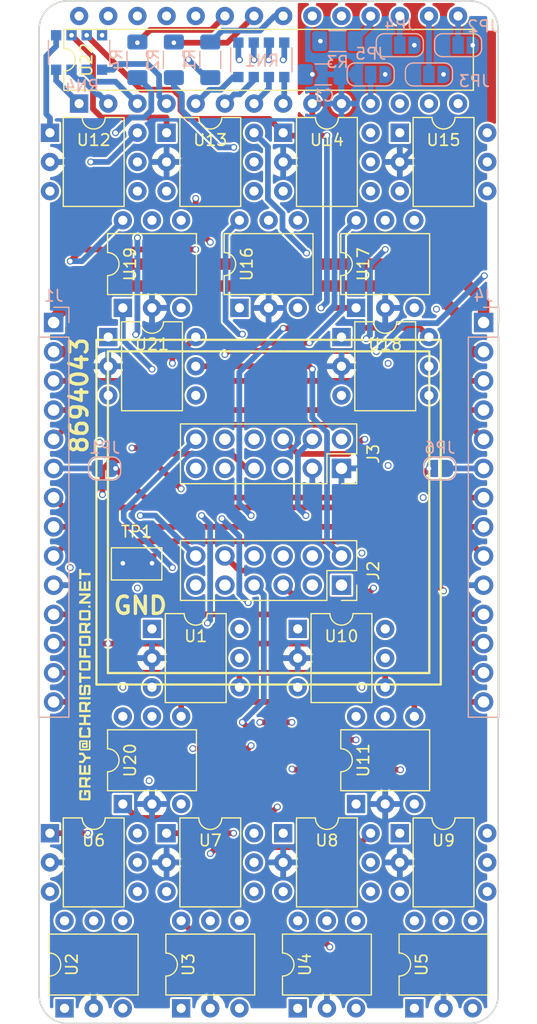
<source format=kicad_pcb>
(kicad_pcb (version 20210126) (generator pcbnew)
  (layers (0 "F.Cu" mixed) (1 "In1.Cu" signal) (2 "In2.Cu" signal) (31 "B.Cu" mixed) (34 "B.Paste" user) (35 "F.Paste" user) (36 "B.SilkS" user "B.Silkscreen") (37 "F.SilkS" user "F.Silkscreen") (38 "B.Mask" user) (39 "F.Mask" user) (44 "Edge.Cuts" user))
  (net 0 "")
  (net 1 "MISO")
  (net 2 "+5V")
  (net 3 "SCK")
  (net 4 "MOSI")
  (net 5 "GND")
  (net 6 "SDA")
  (net 7 "SCL")
  (net 8 "+3V3")
  (net 9 "V_D")
  (net 10 "Net-(J1-Pad6)")
  (net 11 "I+")
  (net 12 "V+")
  (net 13 "V-")
  (net 14 "I-")
  (net 15 "/I2")
  (net 16 "/V2")
  (net 17 "/I4")
  (net 18 "/VT")
  (net 19 "/V4")
  (net 20 "/IT")
  (net 21 "/I6")
  (net 22 "/V8")
  (net 23 "/V6")
  (net 24 "/I8")
  (net 25 "/I1")
  (net 26 "/V1")
  (net 27 "/VB")
  (net 28 "/I3")
  (net 29 "/IB")
  (net 30 "/V3")
  (net 31 "/V7")
  (net 32 "/I5")
  (net 33 "/I7")
  (net 34 "/V5")
  (net 35 "Net-(J4-Pad6)")
  (net 36 "~CS")
  (net 37 "A0")
  (net 38 "A1")
  (net 39 "A2")
  (net 40 "/TOP")
  (net 41 "/P1")
  (net 42 "/P2")
  (net 43 "/P3")
  (net 44 "/P4")
  (net 45 "/P5")
  (net 46 "/P6")
  (net 47 "/P7")
  (net 48 "/P8")
  (net 49 "/BOT")
  (net 50 "/V_D_EN")
  (net 51 "Net-(R3-Pad2)")
  (net 52 "Net-(RN4-Pad2)")
  (net 53 "Net-(RN4-Pad3)")
  (net 54 "Net-(RN4-Pad1)")
  (net 55 "Net-(RN4-Pad4)")
  (net 105 "/RSense")
  (net 106 "Net-(RN1-Pad6)")
  (net 107 "Net-(RN1-Pad5)")
  (net 108 "Net-(RN1-Pad8)")
  (net 109 "Net-(RN1-Pad7)")
  (net 110 "Net-(R1-Pad1)")
  (net 111 "Net-(R2-Pad1)")
  (net 112 "Net-(R4-Pad1)")
  (footprint "old_footprints:Test_Point_S1751-46R" (layer "F.Cu") (at -11.5 4.5)
    (fp_text reference "TP1")
    (fp_text value "Test_Point")
  )
  (footprint "Package_DIP:DIP-6_W7.62mm" (layer "F.Cu") (at -10.16 10.16)
    (fp_text reference "U1")
    (fp_text value "ASSR-1611")
  )
  (footprint "Package_DIP:DIP-6_W7.62mm" (layer "F.Cu") (at -17.78 43.18 90)
    (fp_text reference "U2")
    (fp_text value "ASSR-1611")
  )
  (footprint "Package_DIP:DIP-6_W7.62mm" (layer "F.Cu") (at -7.62 43.18 90)
    (fp_text reference "U3")
    (fp_text value "ASSR-1611")
  )
  (footprint "Package_DIP:DIP-6_W7.62mm" (layer "F.Cu") (at 2.54 43.18 90)
    (fp_text reference "U4")
    (fp_text value "ASSR-1611")
  )
  (footprint "Package_DIP:DIP-6_W7.62mm" (layer "F.Cu") (at 12.7 43.18 90)
    (fp_text reference "U5")
    (fp_text value "ASSR-1611")
  )
  (footprint "Package_DIP:DIP-6_W7.62mm" (layer "F.Cu") (at -19.05 27.94)
    (fp_text reference "U6")
    (fp_text value "ASSR-1611")
  )
  (footprint "Package_DIP:DIP-6_W7.62mm" (layer "F.Cu") (at -8.89 27.94)
    (fp_text reference "U7")
    (fp_text value "ASSR-1611")
  )
  (footprint "Package_DIP:DIP-6_W7.62mm" (layer "F.Cu") (at 1.27 27.94)
    (fp_text reference "U8")
    (fp_text value "ASSR-1611")
  )
  (footprint "Package_DIP:DIP-6_W7.62mm" (layer "F.Cu") (at 11.43 27.94)
    (fp_text reference "U9")
    (fp_text value "ASSR-1611")
  )
  (footprint "Package_DIP:DIP-6_W7.62mm" (layer "F.Cu") (at 2.54 10.16)
    (fp_text reference "U10")
    (fp_text value "ASSR-1611")
  )
  (footprint "Package_DIP:DIP-6_W7.62mm" (layer "F.Cu") (at 7.62 25.4 90)
    (fp_text reference "U11")
    (fp_text value "ASSR-1611")
  )
  (footprint "Package_DIP:DIP-6_W7.62mm" (layer "F.Cu") (at -19.05 -33.02)
    (fp_text reference "U12")
    (fp_text value "ASSR-1611")
  )
  (footprint "Package_DIP:DIP-6_W7.62mm" (layer "F.Cu") (at -8.89 -33.02)
    (fp_text reference "U13")
    (fp_text value "ASSR-1611")
  )
  (footprint "Package_DIP:DIP-6_W7.62mm" (layer "F.Cu") (at 1.27 -33.02)
    (fp_text reference "U14")
    (fp_text value "ASSR-1611")
  )
  (footprint "Package_DIP:DIP-6_W7.62mm" (layer "F.Cu") (at 11.43 -33.02)
    (fp_text reference "U15")
    (fp_text value "ASSR-1611")
  )
  (footprint "Package_DIP:DIP-6_W7.62mm" (layer "F.Cu") (at -2.54 -17.78 90)
    (fp_text reference "U16")
    (fp_text value "ASSR-1611")
  )
  (footprint "Package_DIP:DIP-6_W7.62mm" (layer "F.Cu") (at 7.62 -17.78 90)
    (fp_text reference "U17")
    (fp_text value "ASSR-1611")
  )
  (footprint "Package_DIP:DIP-6_W7.62mm" (layer "F.Cu") (at 6.35 -15.24)
    (fp_text reference "U18")
    (fp_text value "ASSR-1611")
  )
  (footprint "Package_DIP:DIP-6_W7.62mm" (layer "F.Cu") (at -12.7 -17.78 90)
    (fp_text reference "U19")
    (fp_text value "ASSR-1611")
  )
  (footprint "Package_DIP:DIP-6_W7.62mm" (layer "F.Cu") (at -12.7 25.4 90)
    (fp_text reference "U20")
    (fp_text value "ASSR-1611")
  )
  (footprint "Package_DIP:DIP-6_W7.62mm" (layer "F.Cu") (at -13.97 -15.24)
    (fp_text reference "U21")
    (fp_text value "ASSR-1611")
  )
  (footprint "Package_DIP:DIP-28_W7.62mm" (layer "F.Cu") (at -16.51 -35.56 90)
    (fp_text reference "U22")
    (fp_text value "MCP23S17")
  )
  (footprint "old_footprints:ESQ-106-44-G-D-004" (layer "F.Cu") (at 6.35 6.35 -90)
    (fp_text reference "J2")
    (fp_text value "Conn_02x06_Odd_Even")
  )
  (footprint "old_footprints:ESQ-106-44-G-D" (layer "F.Cu") (at 6.35 -3.81 -90)
    (fp_text reference "J3")
    (fp_text value "Conn_02x06_Odd_Even")
  )
  (footprint "old_footprints:logo_small" (layer "F.Cu") (at -16 15 90)
    (fp_text reference "G***" hide)
    (fp_text value "value" hide)
  )
  (footprint "Connector_PinHeader_2.54mm:PinHeader_1x14_P2.54mm_Vertical" (layer "B.Cu") (at -18.73 -16.505 180)
    (fp_text reference "J1")
    (fp_text value "Conn_01x14")
  )
  (footprint "Connector_PinHeader_2.54mm:PinHeader_1x14_P2.54mm_Vertical" (layer "B.Cu") (at 18.73 -16.505 180)
    (fp_text reference "J4")
    (fp_text value "Conn_01x14")
  )
  (footprint "Jumper:SolderJumper-2_P1.3mm_Open_RoundedPad1.0x1.5mm" (layer "B.Cu") (at -14.29 -3.805 180)
    (fp_text reference "JP1")
    (fp_text value "Jumper_NC_Small")
  )
  (footprint "Jumper:SolderJumper-3_P1.3mm_Open_RoundedPad1.0x1.5mm_NumberLabels" (layer "B.Cu") (at 16.51 -40.64 180)
    (fp_text reference "JP2")
    (fp_text value "Jumper_NC_Dual")
  )
  (footprint "Jumper:SolderJumper-3_P1.3mm_Open_RoundedPad1.0x1.5mm_NumberLabels" (layer "B.Cu") (at 13.97 -38.095 180)
    (fp_text reference "JP3")
    (fp_text value "Jumper_NC_Dual")
  )
  (footprint "Jumper:SolderJumper-3_P1.3mm_Open_RoundedPad1.0x1.5mm_NumberLabels" (layer "B.Cu") (at 11.43 -40.64 180)
    (fp_text reference "JP4")
    (fp_text value "Jumper_NC_Dual")
  )
  (footprint "Jumper:SolderJumper-3_P1.3mm_Open_RoundedPad1.0x1.5mm_NumberLabels" (layer "B.Cu") (at 8.89 -38.095 180)
    (fp_text reference "JP5")
    (fp_text value "Jumper_NC_Dual")
  )
  (footprint "Jumper:SolderJumper-2_P1.3mm_Open_RoundedPad1.0x1.5mm" (layer "B.Cu") (at 14.92 -3.805 180)
    (fp_text reference "JP6")
    (fp_text value "Jumper_NC_Small")
  )
  (footprint "Resistor_SMD:R_Array_Convex_4x1206" (layer "B.Cu") (at -16.51 -40.005 90)
    (fp_text reference "RN4")
    (fp_text value "330R")
  )
  (footprint "Resistor_SMD:R_1206_3216Metric_Pad1.30x1.75mm_HandSolder" (layer "B.Cu") (at 6 -41)
    (fp_text reference "R3")
    (fp_text value "10K")
  )
  (footprint "Resistor_SMD:R_Array_Convex_4x1206" (layer "B.Cu") (at -0.635 -39.37 -90)
    (fp_text reference "RN1")
    (fp_text value "330R")
  )
  (footprint "Resistor_SMD:R_1206_3216Metric_Pad1.30x1.75mm_HandSolder" (layer "B.Cu") (at -8.255 -39.37 -90)
    (fp_text reference "R2")
    (fp_text value "330R")
  )
  (footprint "Resistor_SMD:R_1206_3216Metric_Pad1.30x1.75mm_HandSolder" (layer "B.Cu") (at -5.08 -39.37 -90)
    (fp_text reference "R1")
    (fp_text value "330R")
  )
  (footprint "Capacitor_SMD:C_1206_3216Metric_Pad1.33x1.80mm_HandSolder" (layer "B.Cu") (at 4.76 -38.095)
    (fp_text reference "C1")
    (fp_text value "0.1uF")
  )
  (footprint "Resistor_SMD:R_1206_3216Metric_Pad1.30x1.75mm_HandSolder" (layer "B.Cu") (at -11.43 -39.37 -90)
    (fp_text reference "R4")
    (fp_text value "680R")
  )
  (gr_line (start 15 -15) (end 15 15) (layer "F.SilkS") (width 0.2))
  (gr_line (start 14 -14) (end -14 -14) (layer "F.SilkS") (width 0.2))
  (gr_line (start -15 -15) (end 15 -15) (layer "F.SilkS") (width 0.2))
  (gr_line (start -14 14) (end 14 14) (layer "F.SilkS") (width 0.2))
  (gr_line (start -15 15) (end -15 -15) (layer "F.SilkS") (width 0.2))
  (gr_line (start -14 -14) (end -14 14) (layer "F.SilkS") (width 0.2))
  (gr_line (start 15 15) (end -15 15) (layer "F.SilkS") (width 0.2))
  (gr_line (start 14 14) (end 14 -14) (layer "F.SilkS") (width 0.2))
  (gr_arc (start -17.5 -42) (end -17.5 -44.5) (angle -90) (layer "Edge.Cuts") (width 0.15))
  (gr_arc (start -17.5 42) (end -20 42) (angle -90) (layer "Edge.Cuts") (width 0.15))
  (gr_arc (start 17.5 42) (end 17.5 44.5) (angle -90) (layer "Edge.Cuts") (width 0.15))
  (gr_arc (start 17.5 -42) (end 20 -42) (angle -90) (layer "Edge.Cuts") (width 0.15))
  (gr_line (start 17.5 -44.5) (end -17.5 -44.5) (angle 90) (layer "Edge.Cuts") (width 0.15))
  (gr_line (start -20 42) (end -20 -42) (layer "Edge.Cuts") (width 0.15))
  (gr_line (start 20 42) (end 20 -42) (layer "Edge.Cuts") (width 0.15))
  (gr_line (start -17.5 44.5) (end 17.5 44.5) (angle 90) (layer "Edge.Cuts") (width 0.15))
  (gr_text "GND\n" (at -11.176 8.128) (layer "F.SilkS") (effects (font (size 1.5 1.5) (thickness 0.3))))
  (gr_text "8694043" (at -16.51 -10.16 90) (layer "F.SilkS") (effects (font (size 1.5 1.5) (thickness 0.3))))
  (segment (start -17.880001 -0.415001) (end -18.73 -1.265) (width 0.5) (layer "F.Cu") (net 1))
  (segment (start 18.73 -1.265) (end 17.527919 -1.265) (width 0.5) (layer "F.Cu") (net 1))
  (segment (start 17.527919 -1.265) (end 16.67792 -0.415001) (width 0.5) (layer "F.Cu") (net 1))
  (segment (start 16.67792 -0.415001) (end -17.880001 -0.415001) (width 0.5) (layer "F.Cu") (net 1))
  (segment (start 16.765 -20.32) (end 15.495 -21.59) (width 1) (layer "F.Cu") (net 2))
  (segment (start 16.765 -32.895802) (end 16.765 -20.32) (width 1) (layer "F.Cu") (net 2))
  (segment (start 18.73 -18.355) (end 16.765 -20.32) (width 1) (layer "F.Cu") (net 2))
  (segment (start 16.130802 -38.1) (end 17.970001 -36.260801) (width 1) (layer "F.Cu") (net 2))
  (segment (start 17.970001 -36.260801) (end 17.970001 -34.100803) (width 1) (layer "F.Cu") (net 2))
  (segment (start -13.97 -21.59) (end -18.73 -16.83) (width 1) (layer "F.Cu") (net 2))
  (segment (start -18.73 -16.83) (end -18.73 -16.505) (width 1) (layer "F.Cu") (net 2))
  (segment (start 17.970001 -34.100803) (end 16.765 -32.895802) (width 1) (layer "F.Cu") (net 2))
  (segment (start 18.73 -16.505) (end 18.73 -18.355) (width 1) (layer "F.Cu") (net 2))
  (segment (start 15.495 -21.59) (end -13.97 -21.59) (width 1) (layer "F.Cu") (net 2))
  (segment (start 15.24 -38.1) (end 16.130802 -38.1) (width 1) (layer "F.Cu") (net 2))
  (via (at 3.81 -38.1) (size 0.6) (drill 0.4) (layers "F.Cu" "B.Cu") (net 2))
  (via (at 12.7 -40.64) (size 0.6) (drill 0.4) (layers "F.Cu" "B.Cu") (net 2))
  (via (at 15.24 -38.1) (size 0.6) (drill 0.4) (layers "F.Cu" "B.Cu") (net 2))
  (via (at 4.5125 -41) (size 0.6) (drill 0.4) (layers "F.Cu" "B.Cu") (net 2))
  (via (at 10.16 -38.1) (size 0.6) (drill 0.4) (layers "F.Cu" "B.Cu") (net 2))
  (via (at 17.78 -40.64) (size 0.6) (drill 0.4) (layers "F.Cu" "B.Cu") (net 2))
  (segment (start 18.73 3.815) (end 17.455 2.54) (width 0.5) (layer "F.Cu") (net 3))
  (segment (start 17.455 2.54) (end -17.455 2.54) (width 0.5) (layer "F.Cu") (net 3))
  (segment (start -17.880001 2.965001) (end -18.73 3.815) (width 0.5) (layer "F.Cu") (net 3))
  (segment (start -17.455 2.54) (end -17.880001 2.965001) (width 0.5) (layer "F.Cu") (net 3))
  (segment (start 17.527919 1.275) (end -18.73 1.275) (width 0.5) (layer "F.Cu") (net 4))
  (segment (start 18.73 1.275) (end 17.527919 1.275) (width 0.5) (layer "F.Cu") (net 4))
  (via (at -12.7 4.445) (size 0.6) (drill 0.4) (layers "F.Cu" "B.Cu") (net 5))
  (via (at -10.16 4.445) (size 0.6) (drill 0.4) (layers "F.Cu" "B.Cu") (net 5))
  (segment (start 11.43 -30.48) (end 15.299999 -34.349999) (width 0.5) (layer "B.Cu") (net 5))
  (segment (start 15.21 -39.79) (end 15.21 -40.64) (width 0.5) (layer "B.Cu") (net 5))
  (segment (start 16.180011 -37.468062) (end 16.180011 -38.819989) (width 0.5) (layer "B.Cu") (net 5))
  (segment (start 15.299999 -34.349999) (end 15.299999 -36.58805) (width 0.5) (layer "B.Cu") (net 5))
  (segment (start 15.299999 -36.58805) (end 16.180011 -37.468062) (width 0.5) (layer "B.Cu") (net 5))
  (segment (start 16.180011 -38.819989) (end 15.21 -39.79) (width 0.5) (layer "B.Cu") (net 5))
  (segment (start -18.73 -8.885) (end 18.73 -8.885) (width 0.5) (layer "F.Cu") (net 6))
  (segment (start 18.73 -6.345) (end 17.464999 -7.610001) (width 0.5) (layer "F.Cu") (net 7))
  (segment (start -17.880001 -7.194999) (end -18.73 -6.345) (width 0.5) (layer "F.Cu") (net 7))
  (segment (start 17.464999 -7.610001) (end -17.464999 -7.610001) (width 0.5) (layer "F.Cu") (net 7))
  (segment (start -17.464999 -7.610001) (end -17.880001 -7.194999) (width 0.5) (layer "F.Cu") (net 7))
  (segment (start 13.97 -19.685) (end -13.583002 -19.685) (width 1) (layer "F.Cu") (net 8))
  (segment (start -17.219999 -14.27292) (end -17.527919 -13.965) (width 1) (layer "F.Cu") (net 8))
  (segment (start 16.51 -17.145) (end 13.97 -19.685) (width 1) (layer "F.Cu") (net 8))
  (segment (start -13.583002 -19.685) (end -17.219999 -16.048003) (width 1) (layer "F.Cu") (net 8))
  (segment (start 17.15 -13.965) (end 16.51 -14.605) (width 1) (layer "F.Cu") (net 8))
  (segment (start -17.219999 -16.048003) (end -17.219999 -14.27292) (width 1) (layer "F.Cu") (net 8))
  (segment (start 18.73 -13.965) (end 17.15 -13.965) (width 1) (layer "F.Cu") (net 8))
  (segment (start 16.51 -14.605) (end 16.51 -17.145) (width 1) (layer "F.Cu") (net 8))
  (segment (start -17.527919 -13.965) (end -18.73 -13.965) (width 1) (layer "F.Cu") (net 8))
  (segment (start -7.62 -11.425) (end -18.73 -11.425) (width 0.5) (layer "F.Cu") (net 9))
  (segment (start -6.35 -15.24) (end -7.62 -13.97) (width 0.5) (layer "F.Cu") (net 9))
  (segment (start -7.62 -13.97) (end -7.62 -11.425) (width 0.5) (layer "F.Cu") (net 9))
  (segment (start 18.73 -11.425) (end -7.62 -11.425) (width 0.5) (layer "F.Cu") (net 9))
  (segment (start -18.73 -3.805) (end -14.94 -3.805) (width 0.5) (layer "B.Cu") (net 10))
  (segment (start -18.73 8.895) (end 18.73 8.895) (width 0.5) (layer "F.Cu") (net 11))
  (segment (start 18.73 11.435) (end -13.97 11.435) (width 0.5) (layer "F.Cu") (net 12))
  (segment (start -13.97 11.435) (end -18.73 11.435) (width 0.5) (layer "F.Cu") (net 12))
  (via (at -13.97 11.435) (size 0.6) (drill 0.4) (layers "F.Cu" "B.Cu") (net 12))
  (segment (start 10.16 15.24) (end 10.16 13.975) (width 0.5) (layer "F.Cu") (net 13))
  (segment (start 10.16 13.975) (end -2.54 13.975) (width 0.5) (layer "F.Cu") (net 13))
  (segment (start 18.73 13.975) (end 10.16 13.975) (width 0.5) (layer "F.Cu") (net 13))
  (segment (start -2.54 15.24) (end -2.54 13.975) (width 0.5) (layer "F.Cu") (net 13))
  (segment (start -2.54 13.975) (end -18.73 13.975) (width 0.5) (layer "F.Cu") (net 13))
  (segment (start -7.62 16.515) (end -18.73 16.515) (width 0.5) (layer "F.Cu") (net 14))
  (segment (start 12.7 16.515) (end -7.62 16.515) (width 0.5) (layer "F.Cu") (net 14))
  (segment (start 12.7 17.78) (end 12.7 16.515) (width 0.5) (layer "F.Cu") (net 14))
  (segment (start 18.73 16.515) (end 12.7 16.515) (width 0.5) (layer "F.Cu") (net 14))
  (segment (start -7.62 17.78) (end -7.62 16.515) (width 0.5) (layer "F.Cu") (net 14))
  (via (at 3.302 -22.55) (size 0.6) (drill 0.4) (layers "F.Cu" "B.Cu") (net 15))
  (segment (start -1.27 -33.02) (end -0.059999 -31.809999) (width 0.5) (layer "B.Cu") (net 15))
  (segment (start -0.059999 -31.809999) (end -0.059999 -27.250801) (width 0.5) (layer "B.Cu") (net 15))
  (segment (start 1.210001 -25.980801) (end 1.210001 -24.641999) (width 0.5) (layer "B.Cu") (net 15))
  (segment (start -0.059999 -27.250801) (end 1.210001 -25.980801) (width 0.5) (layer "B.Cu") (net 15))
  (segment (start 1.210001 -24.641999) (end 3.302 -22.55) (width 0.5) (layer "B.Cu") (net 15))
  (segment (start -6.820001 36.359999) (end -7.62 35.56) (width 0.5) (layer "F.Cu") (net 16))
  (segment (start 5.334 37.846) (end 4.258001 36.770001) (width 0.5) (layer "F.Cu") (net 16))
  (segment (start 4.258001 36.770001) (end -6.409999 36.770001) (width 0.5) (layer "F.Cu") (net 16))
  (segment (start -6.409999 36.770001) (end -6.820001 36.359999) (width 0.5) (layer "F.Cu") (net 16))
  (via (at 5.334 37.846) (size 0.6) (drill 0.4) (layers "F.Cu" "B.Cu") (net 16))
  (segment (start 2.119999 7.199999) (end 1.27 6.35) (width 0.5) (layer "F.Cu") (net 17))
  (segment (start 2.530001 7.610001) (end 2.119999 7.199999) (width 0.5) (layer "F.Cu") (net 17))
  (segment (start 9.144 6.604) (end 8.137999 7.610001) (width 0.5) (layer "F.Cu") (net 17))
  (segment (start 8.137999 7.610001) (end 2.530001 7.610001) (width 0.5) (layer "F.Cu") (net 17))
  (via (at 18.796 -20.574) (size 0.6) (drill 0.4) (layers "F.Cu" "B.Cu") (net 17))
  (via (at 9.398 -13.97) (size 0.6) (drill 0.4) (layers "F.Cu" "B.Cu") (net 17))
  (via (at 9.144 6.604) (size 0.6) (drill 0.4) (layers "F.Cu" "B.Cu") (net 17))
  (segment (start 18.796 -20.574) (end 14.672001 -16.450001) (width 0.5) (layer "B.Cu") (net 17))
  (segment (start 11.878001 -16.450001) (end 9.398 -13.97) (width 0.5) (layer "B.Cu") (net 17))
  (segment (start 14.672001 -16.450001) (end 11.878001 -16.450001) (width 0.5) (layer "B.Cu") (net 17))
  (segment (start -0.762 19.812) (end -2.286 18.288) (width 0.5) (layer "F.Cu") (net 19))
  (segment (start 7.62 19.812) (end -0.762 19.812) (width 0.5) (layer "F.Cu") (net 19))
  (via (at -2.286 18.288) (size 0.6) (drill 0.4) (layers "F.Cu" "B.Cu") (net 19))
  (via (at 7.62 19.812) (size 0.6) (drill 0.4) (layers "F.Cu" "B.Cu") (net 19))
  (segment (start -0.420001 7.199999) (end -1.27 6.35) (width 0.5) (layer "B.Cu") (net 19))
  (segment (start -0.420001 16.422001) (end -0.420001 7.199999) (width 0.5) (layer "B.Cu") (net 19))
  (segment (start -2.286 18.288) (end -0.420001 16.422001) (width 0.5) (layer "B.Cu") (net 19))
  (via (at 8.128 3.556) (size 0.6) (drill 0.4) (layers "F.Cu" "B.Cu") (net 20))
  (segment (start -6.930801 -16.450001) (end -8.382 -14.998802) (width 0.5) (layer "F.Cu") (net 21))
  (segment (start -8.382 -14.998802) (end -8.382 -12.954) (width 0.5) (layer "F.Cu") (net 21))
  (segment (start -5.769199 -16.450001) (end -6.930801 -16.450001) (width 0.5) (layer "F.Cu") (net 21))
  (segment (start 3.556 -14.739999) (end -4.059197 -14.739999) (width 0.5) (layer "F.Cu") (net 21))
  (segment (start -4.059197 -14.739999) (end -5.769199 -16.450001) (width 0.5) (layer "F.Cu") (net 21))
  (via (at 3.556 -14.739999) (size 0.6) (drill 0.4) (layers "F.Cu" "B.Cu") (net 21))
  (via (at -8.382 -12.954) (size 0.6) (drill 0.4) (layers "F.Cu" "B.Cu") (net 21))
  (segment (start 6.409999 -17.593998) (end 3.556 -14.739999) (width 0.5) (layer "B.Cu") (net 21))
  (segment (start 7.62 -25.4) (end 6.409999 -24.189999) (width 0.5) (layer "B.Cu") (net 21))
  (segment (start 6.409999 -24.189999) (end 6.409999 -17.593998) (width 0.5) (layer "B.Cu") (net 21))
  (segment (start 13.462 5.08) (end -2.54 5.08) (width 0.5) (layer "F.Cu") (net 22))
  (segment (start -2.960001 4.659999) (end -3.81 3.81) (width 0.5) (layer "F.Cu") (net 22))
  (segment (start -2.54 5.08) (end -2.960001 4.659999) (width 0.5) (layer "F.Cu") (net 22))
  (segment (start 15.24 6.858) (end 13.462 5.08) (width 0.5) (layer "F.Cu") (net 22))
  (via (at 15.24 6.858) (size 0.6) (drill 0.4) (layers "F.Cu" "B.Cu") (net 22))
  (segment (start -1.778 20.574) (end -1.524 20.32) (width 0.5) (layer "F.Cu") (net 23))
  (segment (start -6.604 20.574) (end -1.778 20.574) (width 0.5) (layer "F.Cu") (net 23))
  (via (at -6.604 20.574) (size 0.6) (drill 0.4) (layers "F.Cu" "B.Cu") (net 23))
  (via (at -1.524 20.32) (size 0.6) (drill 0.4) (layers "F.Cu" "B.Cu") (net 23))
  (segment (start -16.263999 -22.86) (end -6.35 -22.86) (width 0.5) (layer "F.Cu") (net 24))
  (segment (start -17.279999 -21.844) (end -16.263999 -22.86) (width 0.5) (layer "F.Cu") (net 24))
  (via (at -6.35 -22.86) (size 0.6) (drill 0.4) (layers "F.Cu" "B.Cu") (net 24))
  (via (at -17.279999 -21.844) (size 0.6) (drill 0.4) (layers "F.Cu" "B.Cu") (net 24))
  (via (at -11.176 0.294999) (size 0.6) (drill 0.4) (layers "F.Cu" "B.Cu") (net 24))
  (segment (start -9.865001 0.294999) (end -6.35 3.81) (width 0.5) (layer "B.Cu") (net 24))
  (segment (start -12.7 -25.4) (end -16.256 -21.844) (width 0.5) (layer "B.Cu") (net 24))
  (segment (start -11.176 0.294999) (end -9.865001 0.294999) (width 0.5) (layer "B.Cu") (net 24))
  (segment (start -16.256 -21.844) (end -17.279999 -21.844) (width 0.5) (layer "B.Cu") (net 24))
  (via (at -15.494 -30.48) (size 0.6) (drill 0.4) (layers "F.Cu" "B.Cu") (net 25))
  (via (at -14.732 -6.096) (size 0.6) (drill 0.4) (layers "F.Cu" "B.Cu") (net 25))
  (segment (start -13.97 -30.48) (end -15.494 -30.48) (width 0.5) (layer "B.Cu") (net 25))
  (segment (start -11.43 -33.02) (end -13.97 -30.48) (width 0.5) (layer "B.Cu") (net 25))
  (via (at -17.279999 4.826) (size 0.6) (drill 0.4) (layers "F.Cu" "B.Cu") (net 26))
  (via (at 3.25 0.294999) (size 0.6) (drill 0.4) (layers "F.Cu" "B.Cu") (net 26))
  (segment (start 3.81 -6.35) (end 2.549999 -5.089999) (width 0.5) (layer "B.Cu") (net 26))
  (segment (start 2.549999 -0.405002) (end 3.25 0.294999) (width 0.5) (layer "B.Cu") (net 26))
  (segment (start 2.549999 -5.089999) (end 2.549999 -0.405002) (width 0.5) (layer "B.Cu") (net 26))
  (via (at 10.414 -4.064) (size 0.6) (drill 0.4) (layers "F.Cu" "B.Cu") (net 27))
  (segment (start 2.119999 -5.500001) (end 1.27 -6.35) (width 0.5) (layer "F.Cu") (net 28))
  (segment (start 6.934803 -5.070001) (end 2.549999 -5.070001) (width 0.5) (layer "F.Cu") (net 28))
  (segment (start 2.549999 -5.070001) (end 2.119999 -5.500001) (width 0.5) (layer "F.Cu") (net 28))
  (segment (start 8.214802 -6.35) (end 6.934803 -5.070001) (width 0.5) (layer "F.Cu") (net 28))
  (segment (start 8.382 -6.35) (end 8.214802 -6.35) (width 0.5) (layer "F.Cu") (net 28))
  (via (at 10.16 -22.86) (size 0.6) (drill 0.4) (layers "F.Cu" "B.Cu") (net 28))
  (via (at 8.507046 -15.092954) (size 0.6) (drill 0.4) (layers "F.Cu" "B.Cu") (net 28))
  (via (at 8.382 -6.35) (size 0.6) (drill 0.4) (layers "F.Cu" "B.Cu") (net 28))
  (segment (start 8.830001 -15.415909) (end 8.507046 -15.092954) (width 0.5) (layer "B.Cu") (net 28))
  (segment (start 10.16 -22.86) (end 8.830001 -21.530001) (width 0.5) (layer "B.Cu") (net 28))
  (segment (start 8.830001 -21.530001) (end 8.830001 -15.415909) (width 0.5) (layer "B.Cu") (net 28))
  (segment (start -10.242605 -5.588) (end -11.914999 -5.588) (width 0.5) (layer "F.Cu") (net 29))
  (segment (start -9.734605 -5.08) (end -10.242605 -5.588) (width 0.5) (layer "F.Cu") (net 29))
  (segment (start -3.215198 -5.08) (end -9.734605 -5.08) (width 0.5) (layer "F.Cu") (net 29))
  (segment (start -1.945198 -3.81) (end -3.215198 -5.08) (width 0.5) (layer "F.Cu") (net 29))
  (segment (start -1.27 -3.81) (end -1.945198 -3.81) (width 0.5) (layer "F.Cu") (net 29))
  (via (at -11.43 6.604) (size 0.6) (drill 0.4) (layers "F.Cu" "B.Cu") (net 29))
  (via (at -11.914999 -5.588) (size 0.6) (drill 0.4) (layers "F.Cu" "B.Cu") (net 29))
  (segment (start 2.032 18.288) (end -0.762 18.288) (width 0.5) (layer "F.Cu") (net 30))
  (via (at -4.064 0.565) (size 0.6) (drill 0.4) (layers "F.Cu" "B.Cu") (net 30))
  (via (at -1.778 7.874) (size 0.6) (drill 0.4) (layers "F.Cu" "B.Cu") (net 30))
  (via (at -0.762 18.288) (size 0.6) (drill 0.4) (layers "F.Cu" "B.Cu") (net 30))
  (via (at 2.032 18.288) (size 0.6) (drill 0.4) (layers "F.Cu" "B.Cu") (net 30))
  (segment (start -1.778 7.874) (end -2.549999 7.102001) (width 0.5) (layer "B.Cu") (net 30))
  (segment (start -2.549999 2.079001) (end -4.064 0.565) (width 0.5) (layer "B.Cu") (net 30))
  (segment (start -2.549999 7.102001) (end -2.549999 2.079001) (width 0.5) (layer "B.Cu") (net 30))
  (segment (start -5.08 29.718) (end -4.512001 29.150001) (width 0.5) (layer "F.Cu") (net 31))
  (segment (start 8.090001 28.739999) (end 8.89 27.94) (width 0.5) (layer "F.Cu") (net 31))
  (segment (start 7.679999 29.150001) (end 8.090001 28.739999) (width 0.5) (layer "F.Cu") (net 31))
  (segment (start -4.512001 29.150001) (end 7.679999 29.150001) (width 0.5) (layer "F.Cu") (net 31))
  (via (at -5.334 9.652) (size 0.6) (drill 0.4) (layers "F.Cu" "B.Cu") (net 31))
  (via (at -5.08 29.718) (size 0.6) (drill 0.4) (layers "F.Cu" "B.Cu") (net 31))
  (via (at -5.842 0.294999) (size 0.6) (drill 0.4) (layers "F.Cu" "B.Cu") (net 31))
  (segment (start -5.842 0.294999) (end -5.089999 1.047) (width 0.5) (layer "B.Cu") (net 31))
  (segment (start -5.089999 9.407999) (end -5.334 9.652) (width 0.5) (layer "B.Cu") (net 31))
  (segment (start -5.089999 1.047) (end -5.089999 9.407999) (width 0.5) (layer "B.Cu") (net 31))
  (via (at -2.286 -15.494) (size 0.6) (drill 0.4) (layers "F.Cu" "B.Cu") (net 32))
  (segment (start -2.592002 -15.494) (end -2.286 -15.494) (width 0.5) (layer "B.Cu") (net 32))
  (segment (start -3.750001 -24.189999) (end -3.750001 -16.651999) (width 0.5) (layer "B.Cu") (net 32))
  (segment (start -2.54 -25.4) (end -3.750001 -24.189999) (width 0.5) (layer "B.Cu") (net 32))
  (segment (start -3.750001 -16.651999) (end -2.592002 -15.494) (width 0.5) (layer "B.Cu") (net 32))
  (segment (start 13.97 -15.24) (end 13.170001 -16.039999) (width 0.5) (layer "F.Cu") (net 33))
  (segment (start 8.36 -16.039999) (end 7.560001 -15.24) (width 0.5) (layer "F.Cu") (net 33))
  (segment (start 13.170001 -16.039999) (end 8.36 -16.039999) (width 0.5) (layer "F.Cu") (net 33))
  (segment (start 7.560001 -14.111999) (end 7.478001 -14.029999) (width 0.5) (layer "F.Cu") (net 33))
  (segment (start 7.560001 -15.24) (end 7.560001 -14.111999) (width 0.5) (layer "F.Cu") (net 33))
  (segment (start -3.496001 -14.029999) (end -3.81 -13.716) (width 0.5) (layer "F.Cu") (net 33))
  (segment (start 7.478001 -14.029999) (end -3.496001 -14.029999) (width 0.5) (layer "F.Cu") (net 33))
  (via (at -3.81 -13.716) (size 0.6) (drill 0.4) (layers "F.Cu" "B.Cu") (net 33))
  (via (at -8.382 4.826) (size 0.6) (drill 0.4) (layers "F.Cu" "B.Cu") (net 34))
  (segment (start -12.624999 -0.075001) (end -7.199999 -5.500001) (width 0.5) (layer "B.Cu") (net 34))
  (segment (start -8.382 4.826) (end -12.624999 0.583001) (width 0.5) (layer "B.Cu") (net 34))
  (segment (start -7.199999 -5.500001) (end -6.35 -6.35) (width 0.5) (layer "B.Cu") (net 34))
  (segment (start -12.624999 0.583001) (end -12.624999 -0.075001) (width 0.5) (layer "B.Cu") (net 34))
  (segment (start 18.73 -3.805) (end 15.57 -3.805) (width 0.5) (layer "B.Cu") (net 35))
  (segment (start -13.335 -3.81) (end -10.795 -1.27) (width 0.5) (layer "F.Cu") (net 36))
  (segment (start -10.795 -1.27) (end 11.43 -1.27) (width 0.5) (layer "F.Cu") (net 36))
  (segment (start 13.670001 -3.510001) (end 13.97 -3.81) (width 0.5) (layer "F.Cu") (net 36))
  (segment (start 11.43 -1.27) (end 13.670001 -3.510001) (width 0.5) (layer "F.Cu") (net 36))
  (via (at 13.97 -3.81) (size 0.6) (drill 0.4) (layers "F.Cu" "B.Cu") (net 36))
  (via (at -13.335 -3.81) (size 0.6) (drill 0.4) (layers "F.Cu" "B.Cu") (net 36))
  (segment (start 8.89 -38.095) (end 8.89 -35.56) (width 0.5) (layer "B.Cu") (net 36))
  (segment (start 16.51 -43.18) (end 16.51 -40.64) (width 0.5) (layer "B.Cu") (net 37))
  (segment (start 13.97 -38.095) (end 13.97 -43.18) (width 0.5) (layer "B.Cu") (net 38))
  (segment (start 11.43 -40.64) (end 11.43 -43.18) (width 0.5) (layer "B.Cu") (net 39))
  (segment (start -6.35 -24.765) (end -5.08 -23.495) (width 0.5) (layer "F.Cu") (net 40))
  (segment (start -6.35 -27.305) (end -6.35 -24.765) (width 0.5) (layer "F.Cu") (net 40))
  (via (at -10.414 23.368) (size 0.6) (drill 0.4) (layers "F.Cu" "B.Cu") (net 40))
  (via (at -5.08 -23.495) (size 0.6) (drill 0.4) (layers "F.Cu" "B.Cu") (net 40))
  (via (at -6.35 -27.305) (size 0.6) (drill 0.4) (layers "F.Cu" "B.Cu") (net 40))
  (via (at -6.985 -39.37) (size 0.6) (drill 0.4) (layers "F.Cu" "B.Cu") (net 40))
  (segment (start -5.08 -37.8825) (end -5.4975 -37.8825) (width 0.5) (layer "B.Cu") (net 40))
  (segment (start -5.4975 -37.8825) (end -6.985 -39.37) (width 0.5) (layer "B.Cu") (net 40))
  (segment (start -19.370001 -34.640001) (end -19.370001 -39.694999) (width 0.5) (layer "B.Cu") (net 41))
  (segment (start -18.51 -40.555) (end -18.51 -41.505) (width 0.5) (layer "B.Cu") (net 41))
  (segment (start -19.05 -34.32) (end -19.370001 -34.640001) (width 0.5) (layer "B.Cu") (net 41))
  (segment (start -19.370001 -39.694999) (end -18.51 -40.555) (width 0.5) (layer "B.Cu") (net 41))
  (segment (start -19.05 -33.02) (end -19.05 -34.32) (width 0.5) (layer "B.Cu") (net 41))
  (segment (start -14.550801 -34.349999) (end -15.299999 -35.099197) (width 0.5) (layer "F.Cu") (net 42))
  (segment (start -15.299999 -35.099197) (end -15.299999 -39.634999) (width 0.5) (layer "F.Cu") (net 42))
  (segment (start -8.919999 -34.349999) (end -14.550801 -34.349999) (width 0.5) (layer "F.Cu") (net 42))
  (segment (start -15.299999 -39.634999) (end -17.17 -41.505) (width 0.5) (layer "F.Cu") (net 42))
  (segment (start -8.89 -34.32) (end -8.919999 -34.349999) (width 0.5) (layer "F.Cu") (net 42))
  (segment (start -8.89 -33.02) (end -8.89 -34.32) (width 0.5) (layer "F.Cu") (net 42))
  (via (at -17.17 -41.505) (size 0.6) (drill 0.4) (layers "F.Cu" "B.Cu") (net 42))
  (via (at -11.576166 -15.457126) (size 0.6) (drill 0.4) (layers "F.Cu" "B.Cu") (net 42))
  (via (at -11.43 -23.876) (size 0.6) (drill 0.4) (layers "F.Cu" "B.Cu") (net 42))
  (segment (start -11.43 -23.876) (end -11.43 -15.603292) (width 0.5) (layer "B.Cu") (net 42))
  (segment (start -11.43 -15.603292) (end -11.576166 -15.457126) (width 0.5) (layer "B.Cu") (net 42))
  (segment (start 1.27 -33.02) (end 0.059999 -34.230001) (width 0.5) (layer "F.Cu") (net 43))
  (segment (start 1.524 -32.766) (end 1.27 -33.02) (width 0.5) (layer "F.Cu") (net 43))
  (segment (start -6.930801 -34.230001) (end -7.679999 -34.979199) (width 0.5) (layer "F.Cu") (net 43))
  (segment (start 5.08 -32.766) (end 1.524 -32.766) (width 0.5) (layer "F.Cu") (net 43))
  (segment (start -7.679999 -36.140801) (end -8.309199 -36.770001) (width 0.5) (layer "F.Cu") (net 43))
  (segment (start -7.679999 -34.979199) (end -7.679999 -36.140801) (width 0.5) (layer "F.Cu") (net 43))
  (segment (start 0.059999 -34.230001) (end -6.930801 -34.230001) (width 0.5) (layer "F.Cu") (net 43))
  (segment (start -8.309199 -36.770001) (end -11.115002 -36.770001) (width 0.5) (layer "F.Cu") (net 43))
  (segment (start -11.115002 -36.770001) (end -15.85 -41.505) (width 0.5) (layer "F.Cu") (net 43))
  (via (at -15.85 -41.505) (size 0.6) (drill 0.4) (layers "F.Cu" "B.Cu") (net 43))
  (via (at 4.572 -17.78) (size 0.6) (drill 0.4) (layers "F.Cu" "B.Cu") (net 43))
  (via (at 5.08 -32.766) (size 0.6) (drill 0.4) (layers "F.Cu" "B.Cu") (net 43))
  (segment (start 5.08 -18.288) (end 5.08 -32.766) (width 0.5) (layer "B.Cu") (net 43))
  (segment (start 4.572 -17.78) (end 5.08 -18.288) (width 0.5) (layer "B.Cu") (net 43))
  (via (at 13.462 -1.27) (size 0.6) (drill 0.4) (layers "F.Cu" "B.Cu") (net 44))
  (via (at 14.624677 -17.672677) (size 0.6) (drill 0.4) (layers "F.Cu" "B.Cu") (net 44))
  (via (at -14.51 -41.505) (size 0.6) (drill 0.4) (layers "F.Cu" "B.Cu") (net 44))
  (segment (start -7.62 -2.032) (end -10.108001 -4.520001) (width 0.5) (layer "F.Cu") (net 45))
  (segment (start -10.108001 -4.520001) (end -13.675801 -4.520001) (width 0.5) (layer "F.Cu") (net 45))
  (segment (start -15.748 27.94) (end -19.05 27.94) (width 0.5) (layer "F.Cu") (net 45))
  (segment (start -13.675801 -4.520001) (end -14.478 -3.717802) (width 0.5) (layer "F.Cu") (net 45))
  (segment (start -14.478 -3.717802) (end -14.478 -1.524) (width 0.5) (layer "F.Cu") (net 45))
  (via (at -2.54 -39.37) (size 0.6) (drill 0.4) (layers "F.Cu" "B.Cu") (net 45))
  (via (at -7.62 -2.032) (size 0.6) (drill 0.4) (layers "F.Cu" "B.Cu") (net 45))
  (via (at -14.478 -1.524) (size 0.6) (drill 0.4) (layers "F.Cu" "B.Cu") (net 45))
  (via (at -15.748 27.94) (size 0.6) (drill 0.4) (layers "F.Cu" "B.Cu") (net 45))
  (segment (start -2.635 -39.465) (end -2.54 -39.37) (width 0.5) (layer "B.Cu") (net 45))
  (segment (start -2.635 -40.87) (end -2.635 -39.465) (width 0.5) (layer "B.Cu") (net 45))
  (segment (start 3.844802 -16.002) (end 5.622802 -17.78) (width 0.5) (layer "F.Cu") (net 46))
  (segment (start 1.27 -16.002) (end 3.844802 -16.002) (width 0.5) (layer "F.Cu") (net 46))
  (segment (start 5.622802 -17.78) (end 6.32 -17.78) (width 0.5) (layer "F.Cu") (net 46))
  (segment (start -8.89 27.94) (end -3.048 27.94) (width 0.5) (layer "F.Cu") (net 46))
  (segment (start 6.32 -17.78) (end 7.62 -17.78) (width 0.5) (layer "F.Cu") (net 46))
  (via (at 1.27 -16.002) (size 0.6) (drill 0.4) (layers "F.Cu" "B.Cu") (net 46))
  (via (at -1.524 0.294999) (size 0.6) (drill 0.4) (layers "F.Cu" "B.Cu") (net 46))
  (via (at -1.27 -39.37) (size 0.6) (drill 0.4) (layers "F.Cu" "B.Cu") (net 46))
  (via (at -3.048 27.94) (size 0.6) (drill 0.4) (layers "F.Cu" "B.Cu") (net 46))
  (segment (start -1.524 0.294999) (end -2.549999 -0.731) (width 0.5) (layer "B.Cu") (net 46))
  (segment (start -1.295 -39.395) (end -1.27 -39.37) (width 0.5) (layer "B.Cu") (net 46))
  (segment (start -1.295 -40.87) (end -1.295 -39.395) (width 0.5) (layer "B.Cu") (net 46))
  (segment (start 0.970001 -15.702001) (end 1.27 -16.002) (width 0.5) (layer "B.Cu") (net 46))
  (segment (start -2.549999 -12.182001) (end 0.970001 -15.702001) (width 0.5) (layer "B.Cu") (net 46))
  (segment (start -2.549999 -0.731) (end -2.549999 -12.182001) (width 0.5) (layer "B.Cu") (net 46))
  (segment (start 11.489999 22.411999) (end 2.091999 22.411999) (width 0.5) (layer "F.Cu") (net 47))
  (segment (start 2.091999 22.411999) (end 2.032 22.352) (width 0.5) (layer "F.Cu") (net 47))
  (via (at 0 -39.37) (size 0.6) (drill 0.4) (layers "F.Cu" "B.Cu") (net 47))
  (via (at 10.414 -12.954) (size 0.6) (drill 0.4) (layers "F.Cu" "B.Cu") (net 47))
  (via (at 11.489999 22.411999) (size 0.6) (drill 0.4) (layers "F.Cu" "B.Cu") (net 47))
  (via (at 2.032 22.352) (size 0.6) (drill 0.4) (layers "F.Cu" "B.Cu") (net 47))
  (segment (start 0.025 -39.395) (end 0 -39.37) (width 0.5) (layer "B.Cu") (net 47))
  (segment (start 0.025 -40.87) (end 0.025 -39.395) (width 0.5) (layer "B.Cu") (net 47))
  (via (at -12.7 15.24) (size 0.6) (drill 0.4) (layers "F.Cu" "B.Cu") (net 48))
  (via (at -10.16 -12.446) (size 0.6) (drill 0.4) (layers "F.Cu" "B.Cu") (net 48))
  (via (at 8.128 15.24) (size 0.6) (drill 0.4) (layers "F.Cu" "B.Cu") (net 48))
  (via (at 1.27 -39.37) (size 0.6) (drill 0.4) (layers "F.Cu" "B.Cu") (net 48))
  (segment (start 1.365 -40.87) (end 1.365 -39.465) (width 0.5) (layer "B.Cu") (net 48))
  (segment (start 1.365 -39.465) (end 1.27 -39.37) (width 0.5) (layer "B.Cu") (net 48))
  (segment (start -12.7 -17.78) (end -12.7 -14.986) (width 0.5) (layer "B.Cu") (net 48))
  (segment (start -12.7 -14.986) (end -10.16 -12.446) (width 0.5) (layer "B.Cu") (net 48))
  (segment (start -0.194001 26.610001) (end 0.762 25.654) (width 0.5) (layer "F.Cu") (net 49))
  (segment (start -12.7 25.4) (end -11.489999 26.610001) (width 0.5) (layer "F.Cu") (net 49))
  (segment (start -11.489999 26.610001) (end -0.194001 26.610001) (width 0.5) (layer "F.Cu") (net 49))
  (via (at 0.762 25.654) (size 0.6) (drill 0.4) (layers "F.Cu" "B.Cu") (net 49))
  (via (at -3.040001 -31.75) (size 0.6) (drill 0.4) (layers "F.Cu" "B.Cu") (net 49))
  (segment (start -8.255 -37.07) (end -7.560001 -36.375001) (width 0.5) (layer "B.Cu") (net 49))
  (segment (start -8.255 -37.8825) (end -8.255 -37.07) (width 0.5) (layer "B.Cu") (net 49))
  (segment (start -4.330802 -31.75) (end -3.040001 -31.75) (width 0.5) (layer "B.Cu") (net 49))
  (segment (start -7.560001 -36.375001) (end -7.560001 -34.979199) (width 0.5) (layer "B.Cu") (net 49))
  (segment (start -7.560001 -34.979199) (end -4.330802 -31.75) (width 0.5) (layer "B.Cu") (net 49))
  (via (at -13.335 -33.02) (size 0.6) (drill 0.4) (layers "F.Cu" "B.Cu") (net 50))
  (segment (start -11.43 -37.8825) (end -10.219999 -36.672499) (width 0.5) (layer "B.Cu") (net 50))
  (segment (start -10.219999 -34.979199) (end -10.849199 -34.349999) (width 0.5) (layer "B.Cu") (net 50))
  (segment (start -10.849199 -34.349999) (end -12.005001 -34.349999) (width 0.5) (layer "B.Cu") (net 50))
  (segment (start -10.219999 -36.672499) (end -10.219999 -34.979199) (width 0.5) (layer "B.Cu") (net 50))
  (segment (start -12.005001 -34.349999) (end -13.335 -33.02) (width 0.5) (layer "B.Cu") (net 50))
  (segment (start 8.89 -42.4025) (end 7.4875 -41) (width 0.5) (layer "B.Cu") (net 51))
  (segment (start 8.89 -43.18) (end 8.89 -42.4025) (width 0.5) (layer "B.Cu") (net 51))
  (segment (start -15.85 -38.206998) (end -15.108002 -37.465) (width 0.5) (layer "B.Cu") (net 52))
  (segment (start -15.108002 -37.465) (end -13.335 -37.465) (width 0.5) (layer "B.Cu") (net 52))
  (segment (start -15.85 -38.505) (end -15.85 -38.206998) (width 0.5) (layer "B.Cu") (net 52))
  (segment (start -12.229999 -36.359999) (end -11.43 -35.56) (width 0.5) (layer "B.Cu") (net 52))
  (segment (start -13.335 -37.465) (end -12.229999 -36.359999) (width 0.5) (layer "B.Cu") (net 52))
  (segment (start -16.221396 -37.644999) (end -16.628001 -37.644999) (width 0.5) (layer "B.Cu") (net 53))
  (segment (start -13.97 -35.56) (end -14.769999 -36.359999) (width 0.5) (layer "B.Cu") (net 53))
  (segment (start -16.628001 -37.644999) (end -17.17 -38.186998) (width 0.5) (layer "B.Cu") (net 53))
  (segment (start -17.17 -38.186998) (end -17.17 -38.505) (width 0.5) (layer "B.Cu") (net 53))
  (segment (start -14.769999 -36.359999) (end -14.936396 -36.359999) (width 0.5) (layer "B.Cu") (net 53))
  (segment (start -14.936396 -36.359999) (end -16.221396 -37.644999) (width 0.5) (layer "B.Cu") (net 53))
  (segment (start -13.56 -38.505) (end -13.05999 -39.00501) (width 0.5) (layer "B.Cu") (net 54))
  (segment (start -14.51 -38.505) (end -13.56 -38.505) (width 0.5) (layer "B.Cu") (net 54))
  (segment (start -9.525 -37.131602) (end -9.525 -36.195) (width 0.5) (layer "B.Cu") (net 54))
  (segment (start -9.525 -36.195) (end -8.89 -35.56) (width 0.5) (layer "B.Cu") (net 54))
  (segment (start -10.531612 -39.00501) (end -9.54001 -38.013408) (width 0.5) (layer "B.Cu") (net 54))
  (segment (start -13.05999 -39.00501) (end -10.531612 -39.00501) (width 0.5) (layer "B.Cu") (net 54))
  (segment (start -9.54001 -38.013408) (end -9.54001 -37.146612) (width 0.5) (layer "B.Cu") (net 54))
  (segment (start -9.54001 -37.146612) (end -9.525 -37.131602) (width 0.5) (layer "B.Cu") (net 54))
  (segment (start -18.51 -38.505) (end -18.51 -37.56) (width 0.5) (layer "B.Cu") (net 55))
  (segment (start -18.51 -37.56) (end -16.51 -35.56) (width 0.5) (layer "B.Cu") (net 55))
  (segment (start 3.556 -12.7) (end 3.81 -12.446) (width 0.5) (layer "F.Cu") (net 105))
  (segment (start -6.35 -12.7) (end 3.556 -12.7) (width 0.5) (layer "F.Cu") (net 105))
  (via (at 3.81 -12.446) (size 0.6) (drill 0.4) (layers "F.Cu" "B.Cu") (net 105))
  (segment (start 5.089999 -6.934803) (end 5.089999 2.549999) (width 0.5) (layer "B.Cu") (net 105))
  (segment (start 3.81 -12.446) (end 3.81 -8.214802) (width 0.5) (layer "B.Cu") (net 105))
  (segment (start 5.500001 2.960001) (end 6.35 3.81) (width 0.5) (layer "B.Cu") (net 105))
  (segment (start 3.81 -8.214802) (end 5.089999 -6.934803) (width 0.5) (layer "B.Cu") (net 105))
  (segment (start 5.089999 2.549999) (end 5.500001 2.960001) (width 0.5) (layer "B.Cu") (net 105))
  (segment (start 0.025 -37.87) (end 0.025 -36.855) (width 0.5) (layer "B.Cu") (net 106))
  (segment (start 0.025 -36.855) (end -1.27 -35.56) (width 0.5) (layer "B.Cu") (net 106))
  (segment (start 1.365 -35.655) (end 1.27 -35.56) (width 0.5) (layer "B.Cu") (net 107))
  (segment (start 1.365 -37.87) (end 1.365 -35.655) (width 0.5) (layer "B.Cu") (net 107))
  (segment (start -3.071602 -37.87) (end -4.181612 -36.75999) (width 0.5) (layer "B.Cu") (net 108))
  (segment (start -2.635 -37.87) (end -3.071602 -37.87) (width 0.5) (layer "B.Cu") (net 108))
  (segment (start -5.15001 -36.75999) (end -5.550001 -36.359999) (width 0.5) (layer "B.Cu") (net 108))
  (segment (start -4.181612 -36.75999) (end -5.15001 -36.75999) (width 0.5) (layer "B.Cu") (net 108))
  (segment (start -5.550001 -36.359999) (end -6.35 -35.56) (width 0.5) (layer "B.Cu") (net 108))
  (segment (start -2.506999 -36.359999) (end -3.010001 -36.359999) (width 0.5) (layer "B.Cu") (net 109))
  (segment (start -1.295 -37.571998) (end -2.506999 -36.359999) (width 0.5) (layer "B.Cu") (net 109))
  (segment (start -3.010001 -36.359999) (end -3.81 -35.56) (width 0.5) (layer "B.Cu") (net 109))
  (segment (start -1.295 -37.87) (end -1.295 -37.571998) (width 0.5) (layer "B.Cu") (net 109))
  (segment (start 1.27 -43.18) (end 0.520802 -43.18) (width 0.5) (layer "B.Cu") (net 110))
  (segment (start 0.520802 -43.18) (end -0.749198 -41.91) (width 0.5) (layer "B.Cu") (net 110))
  (segment (start -0.749198 -41.91) (end -4.0275 -41.91) (width 0.5) (layer "B.Cu") (net 110))
  (segment (start -4.308653 -41.628847) (end -5.08 -40.8575) (width 0.5) (layer "B.Cu") (net 110))
  (segment (start -4.0275 -41.91) (end -4.308653 -41.628847) (width 0.5) (layer "B.Cu") (net 110))
  (segment (start -3.5925 -40.8575) (end -8.255 -40.8575) (width 0.5) (layer "F.Cu") (net 111))
  (segment (start -1.27 -43.18) (end -3.5925 -40.8575) (width 0.5) (layer "F.Cu") (net 111))
  (via (at -8.255 -40.8575) (size 0.6) (drill 0.4) (layers "F.Cu" "B.Cu") (net 111))
  (segment (start -5.020001 -41.969999) (end -10.317501 -41.969999) (width 0.5) (layer "F.Cu") (net 112))
  (segment (start -3.81 -43.18) (end -5.020001 -41.969999) (width 0.5) (layer "F.Cu") (net 112))
  (segment (start -10.317501 -41.969999) (end -11.43 -40.8575) (width 0.5) (layer "F.Cu") (net 112))
  (via (at -11.43 -40.8575) (size 0.6) (drill 0.4) (layers "F.Cu" "B.Cu") (net 112))
  (zone (net 2) (net_name "+5V") (layer "F.Cu") (connect_pads (clearance 0.17)) (min_thickness 0.254) (fill yes (thermal_gap 0.508) (thermal_bridge_width 0.508))
    (polygon (pts (xy 2.54 -44.318) (xy 2.54 -33.777) (xy 19.812 -33.777) (xy 19.812 -41.905) (xy 18.161 -41.905) (xy 17.653 -41.905) (xy 17.653 -44.318)))
  )
  (zone (net 5) (net_name "GND") (layer "B.Cu") (connect_pads (clearance 0.17)) (min_thickness 0.254) (fill yes (thermal_gap 0.508) (thermal_bridge_width 0.508))
    (polygon (pts (xy 3.175 -43.18) (xy 19.05 -43.18) (xy 19.05 43.18) (xy -19.05 43.18) (xy -19.05 -34.29) (xy 3.175 -34.29)))
  )
)
</source>
